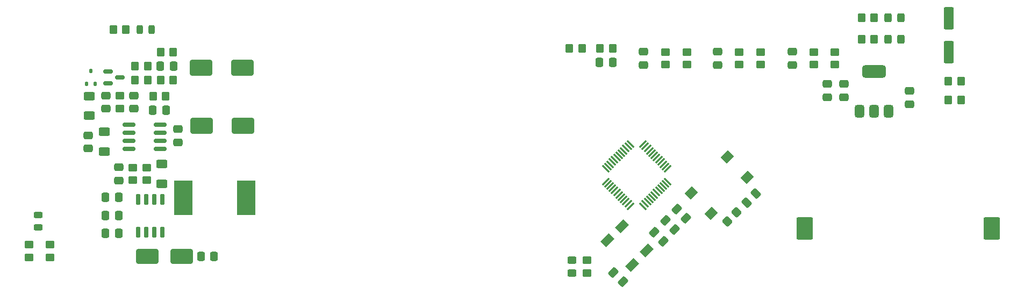
<source format=gbr>
%TF.GenerationSoftware,KiCad,Pcbnew,9.0.0*%
%TF.CreationDate,2025-03-11T11:24:18+01:00*%
%TF.ProjectId,CNIX V2 Control Board,434e4958-2056-4322-9043-6f6e74726f6c,rev?*%
%TF.SameCoordinates,Original*%
%TF.FileFunction,Paste,Top*%
%TF.FilePolarity,Positive*%
%FSLAX46Y46*%
G04 Gerber Fmt 4.6, Leading zero omitted, Abs format (unit mm)*
G04 Created by KiCad (PCBNEW 9.0.0) date 2025-03-11 11:24:18*
%MOMM*%
%LPD*%
G01*
G04 APERTURE LIST*
G04 Aperture macros list*
%AMRoundRect*
0 Rectangle with rounded corners*
0 $1 Rounding radius*
0 $2 $3 $4 $5 $6 $7 $8 $9 X,Y pos of 4 corners*
0 Add a 4 corners polygon primitive as box body*
4,1,4,$2,$3,$4,$5,$6,$7,$8,$9,$2,$3,0*
0 Add four circle primitives for the rounded corners*
1,1,$1+$1,$2,$3*
1,1,$1+$1,$4,$5*
1,1,$1+$1,$6,$7*
1,1,$1+$1,$8,$9*
0 Add four rect primitives between the rounded corners*
20,1,$1+$1,$2,$3,$4,$5,0*
20,1,$1+$1,$4,$5,$6,$7,0*
20,1,$1+$1,$6,$7,$8,$9,0*
20,1,$1+$1,$8,$9,$2,$3,0*%
%AMRotRect*
0 Rectangle, with rotation*
0 The origin of the aperture is its center*
0 $1 length*
0 $2 width*
0 $3 Rotation angle, in degrees counterclockwise*
0 Add horizontal line*
21,1,$1,$2,0,0,$3*%
G04 Aperture macros list end*
%ADD10RoundRect,0.250000X0.625000X-0.400000X0.625000X0.400000X-0.625000X0.400000X-0.625000X-0.400000X0*%
%ADD11RoundRect,0.250000X-0.475000X0.337500X-0.475000X-0.337500X0.475000X-0.337500X0.475000X0.337500X0*%
%ADD12RoundRect,0.250000X-0.337500X-0.475000X0.337500X-0.475000X0.337500X0.475000X-0.337500X0.475000X0*%
%ADD13RoundRect,0.250000X0.475000X-0.337500X0.475000X0.337500X-0.475000X0.337500X-0.475000X-0.337500X0*%
%ADD14RoundRect,0.250000X0.450000X-0.350000X0.450000X0.350000X-0.450000X0.350000X-0.450000X-0.350000X0*%
%ADD15RoundRect,0.243750X-0.243750X-0.456250X0.243750X-0.456250X0.243750X0.456250X-0.243750X0.456250X0*%
%ADD16RoundRect,0.250000X0.574524X0.097227X0.097227X0.574524X-0.574524X-0.097227X-0.097227X-0.574524X0*%
%ADD17RoundRect,0.250000X0.350000X0.450000X-0.350000X0.450000X-0.350000X-0.450000X0.350000X-0.450000X0*%
%ADD18RoundRect,0.250000X-0.574524X-0.097227X-0.097227X-0.574524X0.574524X0.097227X0.097227X0.574524X0*%
%ADD19RoundRect,0.250000X-0.350000X-0.450000X0.350000X-0.450000X0.350000X0.450000X-0.350000X0.450000X0*%
%ADD20RotRect,1.300000X1.900000X135.000000*%
%ADD21RoundRect,0.250000X-0.625000X0.400000X-0.625000X-0.400000X0.625000X-0.400000X0.625000X0.400000X0*%
%ADD22RoundRect,0.250000X-0.450000X0.350000X-0.450000X-0.350000X0.450000X-0.350000X0.450000X0.350000X0*%
%ADD23RoundRect,0.250000X0.097227X-0.574524X0.574524X-0.097227X-0.097227X0.574524X-0.574524X0.097227X0*%
%ADD24RoundRect,0.150000X-0.587500X-0.150000X0.587500X-0.150000X0.587500X0.150000X-0.587500X0.150000X0*%
%ADD25R,2.900000X5.400000*%
%ADD26RoundRect,0.112500X-0.112500X-0.237500X0.112500X-0.237500X0.112500X0.237500X-0.112500X0.237500X0*%
%ADD27RoundRect,0.250000X0.070711X-0.565685X0.565685X-0.070711X-0.070711X0.565685X-0.565685X0.070711X0*%
%ADD28RoundRect,0.250000X-0.325000X-0.450000X0.325000X-0.450000X0.325000X0.450000X-0.325000X0.450000X0*%
%ADD29RoundRect,0.250000X1.500000X1.000000X-1.500000X1.000000X-1.500000X-1.000000X1.500000X-1.000000X0*%
%ADD30RoundRect,0.250000X0.550000X-1.500000X0.550000X1.500000X-0.550000X1.500000X-0.550000X-1.500000X0*%
%ADD31RoundRect,0.150000X-0.825000X-0.150000X0.825000X-0.150000X0.825000X0.150000X-0.825000X0.150000X0*%
%ADD32RoundRect,0.150000X-0.150000X0.725000X-0.150000X-0.725000X0.150000X-0.725000X0.150000X0.725000X0*%
%ADD33RoundRect,0.250000X-1.500000X-0.900000X1.500000X-0.900000X1.500000X0.900000X-1.500000X0.900000X0*%
%ADD34RoundRect,0.250000X0.337500X0.475000X-0.337500X0.475000X-0.337500X-0.475000X0.337500X-0.475000X0*%
%ADD35RoundRect,0.243750X-0.456250X0.243750X-0.456250X-0.243750X0.456250X-0.243750X0.456250X0.243750X0*%
%ADD36RoundRect,0.075000X0.521491X-0.415425X-0.415425X0.521491X-0.521491X0.415425X0.415425X-0.521491X0*%
%ADD37RoundRect,0.075000X0.521491X0.415425X0.415425X0.521491X-0.521491X-0.415425X-0.415425X-0.521491X0*%
%ADD38RoundRect,0.200000X-1.100000X-1.550000X1.100000X-1.550000X1.100000X1.550000X-1.100000X1.550000X0*%
%ADD39RoundRect,0.375000X0.375000X-0.625000X0.375000X0.625000X-0.375000X0.625000X-0.375000X-0.625000X0*%
%ADD40RoundRect,0.500000X1.400000X-0.500000X1.400000X0.500000X-1.400000X0.500000X-1.400000X-0.500000X0*%
%ADD41RotRect,1.600000X1.400000X225.000000*%
%ADD42RoundRect,0.250000X0.450000X-0.325000X0.450000X0.325000X-0.450000X0.325000X-0.450000X-0.325000X0*%
G04 APERTURE END LIST*
D10*
%TO.C,R110*%
X84111051Y-98381052D03*
X84111051Y-95281050D03*
%TD*%
D11*
%TO.C,C106*%
X98011050Y-100493552D03*
X98011050Y-102568552D03*
%TD*%
D12*
%TO.C,C108*%
X101673550Y-120531052D03*
X103748550Y-120531052D03*
%TD*%
D13*
%TO.C,C102*%
X91111051Y-97268551D03*
X91111051Y-95193551D03*
%TD*%
D12*
%TO.C,C111*%
X86623550Y-114141050D03*
X88698550Y-114141050D03*
%TD*%
D14*
%TO.C,R7*%
X198211051Y-90331051D03*
X198211051Y-88331051D03*
%TD*%
D15*
%TO.C,D103*%
X92027500Y-84785000D03*
X93902500Y-84785000D03*
%TD*%
D13*
%TO.C,C6*%
X213311051Y-96568551D03*
X213311051Y-94493551D03*
%TD*%
D11*
%TO.C,C7*%
X202911051Y-93393551D03*
X202911051Y-95468551D03*
%TD*%
D16*
%TO.C,C3*%
X174489117Y-118169905D03*
X173021871Y-116702659D03*
%TD*%
D14*
%TO.C,R6*%
X162511051Y-123131051D03*
X162511051Y-121131051D03*
%TD*%
D13*
%TO.C,C10*%
X183011051Y-90368551D03*
X183011051Y-88293551D03*
%TD*%
D17*
%TO.C,R103*%
X97311051Y-92731051D03*
X95311051Y-92731051D03*
%TD*%
%TO.C,R15*%
X207711051Y-82931051D03*
X205711051Y-82931051D03*
%TD*%
D18*
%TO.C,C5*%
X176577428Y-113097428D03*
X178044674Y-114564674D03*
%TD*%
D13*
%TO.C,C109*%
X83911050Y-103518552D03*
X83911050Y-101443552D03*
%TD*%
D14*
%TO.C,R12*%
X201511051Y-90331051D03*
X201511051Y-88331051D03*
%TD*%
D11*
%TO.C,C107*%
X88711049Y-106493551D03*
X88711049Y-108568551D03*
%TD*%
D14*
%TO.C,R104*%
X88911051Y-97231053D03*
X88911051Y-95231053D03*
%TD*%
D19*
%TO.C,R4*%
X159711051Y-87731051D03*
X161711051Y-87731051D03*
%TD*%
D14*
%TO.C,R111*%
X74565000Y-120685000D03*
X74565000Y-118685000D03*
%TD*%
D20*
%TO.C,Y1*%
X171886965Y-119644224D03*
X167997878Y-115755137D03*
X165735137Y-118017878D03*
X169624224Y-121906965D03*
%TD*%
D17*
%TO.C,R13*%
X221415000Y-95881051D03*
X219415000Y-95881051D03*
%TD*%
D21*
%TO.C,R108*%
X95511050Y-105981050D03*
X95511050Y-109081052D03*
%TD*%
D13*
%TO.C,C11*%
X194811051Y-90368551D03*
X194811051Y-88293551D03*
%TD*%
D22*
%TO.C,R10*%
X178211051Y-88331051D03*
X178211051Y-90331051D03*
%TD*%
D14*
%TO.C,R8*%
X186411051Y-90331051D03*
X186411051Y-88331051D03*
%TD*%
D23*
%TO.C,C2*%
X187607428Y-112064674D03*
X189074674Y-110597428D03*
%TD*%
D17*
%TO.C,R16*%
X207711052Y-86331051D03*
X205711052Y-86331051D03*
%TD*%
D24*
%TO.C,Q100*%
X87004802Y-91381051D03*
X87004802Y-93281051D03*
X88879802Y-92331051D03*
%TD*%
D16*
%TO.C,C1*%
X168125157Y-124533865D03*
X166657911Y-123066619D03*
%TD*%
D17*
%TO.C,R14*%
X221415000Y-92931051D03*
X219415000Y-92931051D03*
%TD*%
D12*
%TO.C,C112*%
X86623550Y-116931052D03*
X88698550Y-116931052D03*
%TD*%
%TO.C,C101*%
X95273551Y-90531051D03*
X97348551Y-90531051D03*
%TD*%
D17*
%TO.C,R100*%
X97311051Y-88331051D03*
X95311051Y-88331051D03*
%TD*%
D13*
%TO.C,C9*%
X171411051Y-90368551D03*
X171411051Y-88293551D03*
%TD*%
D25*
%TO.C,L100*%
X108761051Y-111331052D03*
X98861049Y-111331052D03*
%TD*%
D17*
%TO.C,R5*%
X166511051Y-87731051D03*
X164511051Y-87731051D03*
%TD*%
D26*
%TO.C,D100*%
X83692300Y-93331051D03*
X84992300Y-93331051D03*
X84342300Y-91331051D03*
%TD*%
D14*
%TO.C,R9*%
X174811051Y-90331051D03*
X174811051Y-88331051D03*
%TD*%
D11*
%TO.C,C8*%
X200311051Y-93393551D03*
X200311051Y-95468551D03*
%TD*%
D27*
%TO.C,R1*%
X184603944Y-115038158D03*
X186018158Y-113623944D03*
%TD*%
D28*
%TO.C,D2*%
X209886051Y-82931051D03*
X211936049Y-82931051D03*
%TD*%
D29*
%TO.C,C100*%
X108218551Y-90831051D03*
X101718551Y-90831051D03*
%TD*%
D12*
%TO.C,C104*%
X94073550Y-97541050D03*
X96148550Y-97541050D03*
%TD*%
D30*
%TO.C,C113*%
X219500000Y-88400000D03*
X219500000Y-83000000D03*
%TD*%
D14*
%TO.C,R11*%
X189811051Y-90331051D03*
X189811051Y-88331051D03*
%TD*%
D19*
%TO.C,R113*%
X87865000Y-84785000D03*
X89865000Y-84785000D03*
%TD*%
D31*
%TO.C,U100*%
X90336051Y-99826052D03*
X90336051Y-101096052D03*
X90336051Y-102366052D03*
X90336051Y-103636052D03*
X95286051Y-103636052D03*
X95286051Y-102366052D03*
X95286051Y-101096052D03*
X95286051Y-99826052D03*
%TD*%
D32*
%TO.C,Q101*%
X95566049Y-111556052D03*
X94296050Y-111556052D03*
X93026050Y-111556052D03*
X91756051Y-111556052D03*
X91756051Y-116706052D03*
X93026050Y-116706052D03*
X94296050Y-116706052D03*
X95566049Y-116706052D03*
%TD*%
D33*
%TO.C,D101*%
X93211051Y-120531051D03*
X98611051Y-120531051D03*
%TD*%
D17*
%TO.C,R101*%
X93311051Y-90531051D03*
X91311051Y-90531051D03*
%TD*%
D19*
%TO.C,R105*%
X94111051Y-95341051D03*
X96111051Y-95341051D03*
%TD*%
D17*
%TO.C,R102*%
X93311051Y-92731051D03*
X91311051Y-92731051D03*
%TD*%
D34*
%TO.C,C12*%
X166537500Y-90000000D03*
X164462500Y-90000000D03*
%TD*%
D35*
%TO.C,D102*%
X76065000Y-114047499D03*
X76065000Y-115922501D03*
%TD*%
D36*
%TO.C,U1*%
X171309839Y-112618927D03*
X171663393Y-112265373D03*
X172016946Y-111911820D03*
X172370500Y-111558266D03*
X172724053Y-111204713D03*
X173077606Y-110851160D03*
X173431160Y-110497606D03*
X173784713Y-110144053D03*
X174138266Y-109790500D03*
X174491820Y-109436946D03*
X174845373Y-109083393D03*
X175198927Y-108729839D03*
D37*
X175198927Y-106732263D03*
X174845373Y-106378709D03*
X174491820Y-106025156D03*
X174138266Y-105671602D03*
X173784713Y-105318049D03*
X173431160Y-104964496D03*
X173077606Y-104610942D03*
X172724053Y-104257389D03*
X172370500Y-103903836D03*
X172016946Y-103550282D03*
X171663393Y-103196729D03*
X171309839Y-102843175D03*
D36*
X169312263Y-102843175D03*
X168958709Y-103196729D03*
X168605156Y-103550282D03*
X168251602Y-103903836D03*
X167898049Y-104257389D03*
X167544496Y-104610942D03*
X167190942Y-104964496D03*
X166837389Y-105318049D03*
X166483836Y-105671602D03*
X166130282Y-106025156D03*
X165776729Y-106378709D03*
X165423175Y-106732263D03*
D37*
X165423175Y-108729839D03*
X165776729Y-109083393D03*
X166130282Y-109436946D03*
X166483836Y-109790500D03*
X166837389Y-110144053D03*
X167190942Y-110497606D03*
X167544496Y-110851160D03*
X167898049Y-111204713D03*
X168251602Y-111558266D03*
X168605156Y-111911820D03*
X168958709Y-112265373D03*
X169312263Y-112618927D03*
%TD*%
D28*
%TO.C,D3*%
X209886052Y-86331051D03*
X211936050Y-86331051D03*
%TD*%
D38*
%TO.C,BT1*%
X196811051Y-116131051D03*
X226211051Y-116131051D03*
%TD*%
D13*
%TO.C,C103*%
X86661050Y-97268551D03*
X86661050Y-95193551D03*
%TD*%
D10*
%TO.C,R109*%
X86411050Y-104031053D03*
X86411050Y-100931051D03*
%TD*%
D22*
%TO.C,R106*%
X93111051Y-106531051D03*
X93111051Y-108531051D03*
%TD*%
D39*
%TO.C,U2*%
X205411051Y-97681051D03*
X207711051Y-97681050D03*
D40*
X207711051Y-91381052D03*
D39*
X210011051Y-97681051D03*
%TD*%
D14*
%TO.C,R112*%
X77915000Y-120685000D03*
X77915000Y-118685000D03*
%TD*%
D41*
%TO.C,SW1*%
X178891634Y-110568488D03*
X184548488Y-104911634D03*
X182073614Y-113750468D03*
X187730468Y-108093614D03*
%TD*%
D42*
%TO.C,D1*%
X160111051Y-123156050D03*
X160111051Y-121106052D03*
%TD*%
D12*
%TO.C,C110*%
X86623549Y-111231050D03*
X88698549Y-111231050D03*
%TD*%
D29*
%TO.C,C105*%
X108261050Y-99931051D03*
X101761050Y-99931051D03*
%TD*%
D18*
%TO.C,C4*%
X174827428Y-114847428D03*
X176294674Y-116314674D03*
%TD*%
D22*
%TO.C,R107*%
X90911049Y-106531051D03*
X90911049Y-108531051D03*
%TD*%
M02*

</source>
